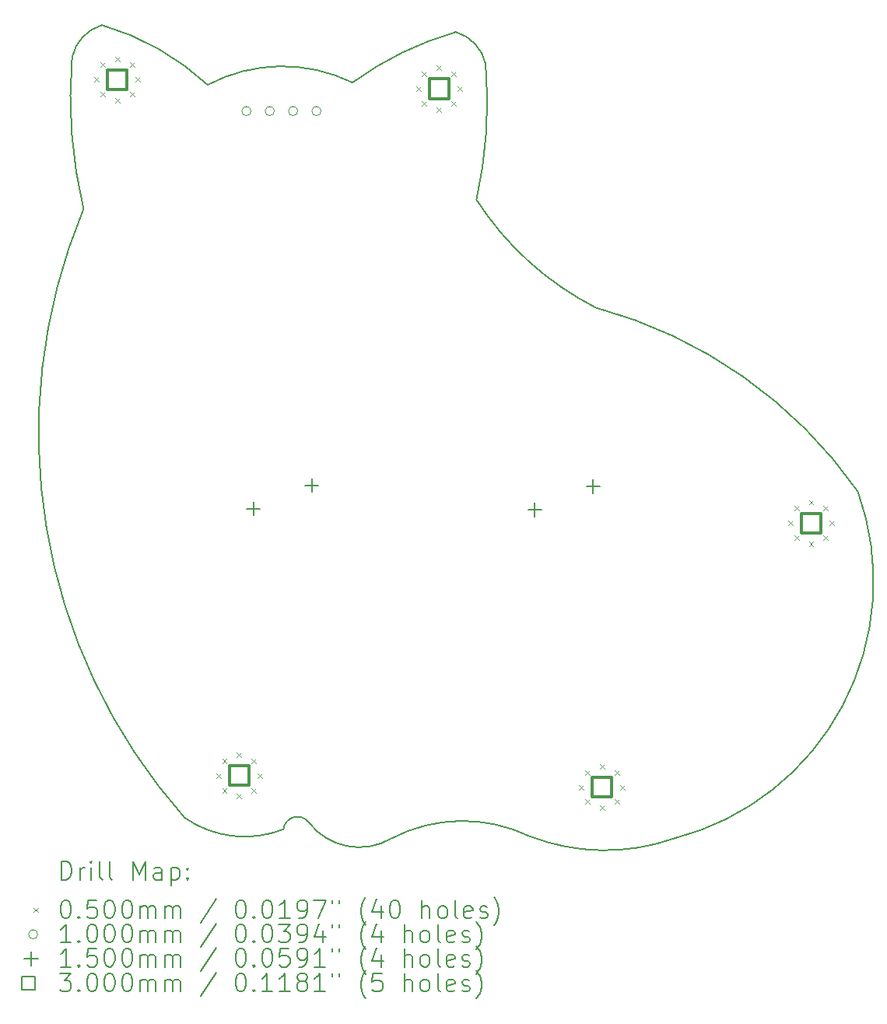
<source format=gbr>
%TF.GenerationSoftware,KiCad,Pcbnew,(6.0.9)*%
%TF.CreationDate,2022-12-22T23:35:37-05:00*%
%TF.ProjectId,Multipurpose_4Layer_Project,4d756c74-6970-4757-9270-6f73655f344c,rev?*%
%TF.SameCoordinates,Original*%
%TF.FileFunction,Drillmap*%
%TF.FilePolarity,Positive*%
%FSLAX45Y45*%
G04 Gerber Fmt 4.5, Leading zero omitted, Abs format (unit mm)*
G04 Created by KiCad (PCBNEW (6.0.9)) date 2022-12-22 23:35:37*
%MOMM*%
%LPD*%
G01*
G04 APERTURE LIST*
%ADD10C,0.200000*%
%ADD11C,0.050000*%
%ADD12C,0.100000*%
%ADD13C,0.150000*%
%ADD14C,0.300000*%
G04 APERTURE END LIST*
D10*
X13207998Y-13708002D02*
G75*
G03*
X14108000Y-13883000I548982J421552D01*
G01*
X19183000Y-10108000D02*
G75*
G03*
X16333000Y-8108000I-4178025J-2923060D01*
G01*
X10632999Y-5383000D02*
G75*
G03*
X10758000Y-7033000I5169021J-438140D01*
G01*
X15608001Y-13857998D02*
G75*
G03*
X14108000Y-13883000I-725101J-1506372D01*
G01*
X14808000Y-5107999D02*
G75*
G03*
X13683000Y-5658000I1008190J-3487771D01*
G01*
X13683000Y-5658000D02*
G75*
G03*
X12108000Y-5683000I-762996J-1556245D01*
G01*
X15033000Y-6933000D02*
G75*
G03*
X15133000Y-5458000I-4756430J1063360D01*
G01*
X12107999Y-5683001D02*
G75*
G03*
X10958000Y-5033000I-1944139J-2097319D01*
G01*
X10958000Y-5033001D02*
G75*
G03*
X10633000Y-5383000I129690J-446320D01*
G01*
X15033001Y-6932999D02*
G75*
G03*
X16333000Y-8108000I2823789J1817539D01*
G01*
X13208004Y-13707997D02*
G75*
G03*
X12933000Y-13783000I-122804J-91393D01*
G01*
X15608001Y-13857997D02*
G75*
G03*
X17183000Y-13883000I821249J2113508D01*
G01*
X15133000Y-5458000D02*
G75*
G03*
X14808000Y-5108000I-454691J-96320D01*
G01*
X11858000Y-13657999D02*
G75*
G03*
X12933000Y-13783000I653680J936639D01*
G01*
X10758000Y-7033000D02*
G75*
G03*
X11858000Y-13658000I5826599J-2436385D01*
G01*
X17183000Y-13883000D02*
G75*
G03*
X19183000Y-10108000I-716536J2796923D01*
G01*
D11*
X10875000Y-5600000D02*
X10925000Y-5650000D01*
X10925000Y-5600000D02*
X10875000Y-5650000D01*
X10940901Y-5440901D02*
X10990901Y-5490901D01*
X10990901Y-5440901D02*
X10940901Y-5490901D01*
X10940901Y-5759099D02*
X10990901Y-5809099D01*
X10990901Y-5759099D02*
X10940901Y-5809099D01*
X11100000Y-5375000D02*
X11150000Y-5425000D01*
X11150000Y-5375000D02*
X11100000Y-5425000D01*
X11100000Y-5825000D02*
X11150000Y-5875000D01*
X11150000Y-5825000D02*
X11100000Y-5875000D01*
X11259099Y-5440901D02*
X11309099Y-5490901D01*
X11309099Y-5440901D02*
X11259099Y-5490901D01*
X11259099Y-5759099D02*
X11309099Y-5809099D01*
X11309099Y-5759099D02*
X11259099Y-5809099D01*
X11325000Y-5600000D02*
X11375000Y-5650000D01*
X11375000Y-5600000D02*
X11325000Y-5650000D01*
X12200000Y-13175000D02*
X12250000Y-13225000D01*
X12250000Y-13175000D02*
X12200000Y-13225000D01*
X12265901Y-13015901D02*
X12315901Y-13065901D01*
X12315901Y-13015901D02*
X12265901Y-13065901D01*
X12265901Y-13334099D02*
X12315901Y-13384099D01*
X12315901Y-13334099D02*
X12265901Y-13384099D01*
X12425000Y-12950000D02*
X12475000Y-13000000D01*
X12475000Y-12950000D02*
X12425000Y-13000000D01*
X12425000Y-13400000D02*
X12475000Y-13450000D01*
X12475000Y-13400000D02*
X12425000Y-13450000D01*
X12584099Y-13015901D02*
X12634099Y-13065901D01*
X12634099Y-13015901D02*
X12584099Y-13065901D01*
X12584099Y-13334099D02*
X12634099Y-13384099D01*
X12634099Y-13334099D02*
X12584099Y-13384099D01*
X12650000Y-13175000D02*
X12700000Y-13225000D01*
X12700000Y-13175000D02*
X12650000Y-13225000D01*
X14375000Y-5700000D02*
X14425000Y-5750000D01*
X14425000Y-5700000D02*
X14375000Y-5750000D01*
X14440901Y-5540901D02*
X14490901Y-5590901D01*
X14490901Y-5540901D02*
X14440901Y-5590901D01*
X14440901Y-5859099D02*
X14490901Y-5909099D01*
X14490901Y-5859099D02*
X14440901Y-5909099D01*
X14600000Y-5475000D02*
X14650000Y-5525000D01*
X14650000Y-5475000D02*
X14600000Y-5525000D01*
X14600000Y-5925000D02*
X14650000Y-5975000D01*
X14650000Y-5925000D02*
X14600000Y-5975000D01*
X14759099Y-5540901D02*
X14809099Y-5590901D01*
X14809099Y-5540901D02*
X14759099Y-5590901D01*
X14759099Y-5859099D02*
X14809099Y-5909099D01*
X14809099Y-5859099D02*
X14759099Y-5909099D01*
X14825000Y-5700000D02*
X14875000Y-5750000D01*
X14875000Y-5700000D02*
X14825000Y-5750000D01*
X16150000Y-13300000D02*
X16200000Y-13350000D01*
X16200000Y-13300000D02*
X16150000Y-13350000D01*
X16215901Y-13140901D02*
X16265901Y-13190901D01*
X16265901Y-13140901D02*
X16215901Y-13190901D01*
X16215901Y-13459099D02*
X16265901Y-13509099D01*
X16265901Y-13459099D02*
X16215901Y-13509099D01*
X16375000Y-13075000D02*
X16425000Y-13125000D01*
X16425000Y-13075000D02*
X16375000Y-13125000D01*
X16375000Y-13525000D02*
X16425000Y-13575000D01*
X16425000Y-13525000D02*
X16375000Y-13575000D01*
X16534099Y-13140901D02*
X16584099Y-13190901D01*
X16584099Y-13140901D02*
X16534099Y-13190901D01*
X16534099Y-13459099D02*
X16584099Y-13509099D01*
X16584099Y-13459099D02*
X16534099Y-13509099D01*
X16600000Y-13300000D02*
X16650000Y-13350000D01*
X16650000Y-13300000D02*
X16600000Y-13350000D01*
X18425000Y-10425000D02*
X18475000Y-10475000D01*
X18475000Y-10425000D02*
X18425000Y-10475000D01*
X18490901Y-10265901D02*
X18540901Y-10315901D01*
X18540901Y-10265901D02*
X18490901Y-10315901D01*
X18490901Y-10584099D02*
X18540901Y-10634099D01*
X18540901Y-10584099D02*
X18490901Y-10634099D01*
X18650000Y-10200000D02*
X18700000Y-10250000D01*
X18700000Y-10200000D02*
X18650000Y-10250000D01*
X18650000Y-10650000D02*
X18700000Y-10700000D01*
X18700000Y-10650000D02*
X18650000Y-10700000D01*
X18809099Y-10265901D02*
X18859099Y-10315901D01*
X18859099Y-10265901D02*
X18809099Y-10315901D01*
X18809099Y-10584099D02*
X18859099Y-10634099D01*
X18859099Y-10584099D02*
X18809099Y-10634099D01*
X18875000Y-10425000D02*
X18925000Y-10475000D01*
X18925000Y-10425000D02*
X18875000Y-10475000D01*
D12*
X12580000Y-5967500D02*
G75*
G03*
X12580000Y-5967500I-50000J0D01*
G01*
X12834000Y-5967500D02*
G75*
G03*
X12834000Y-5967500I-50000J0D01*
G01*
X13088000Y-5967500D02*
G75*
G03*
X13088000Y-5967500I-50000J0D01*
G01*
X13342000Y-5967500D02*
G75*
G03*
X13342000Y-5967500I-50000J0D01*
G01*
D13*
X12605000Y-10219000D02*
X12605000Y-10369000D01*
X12530000Y-10294000D02*
X12680000Y-10294000D01*
X13240000Y-9965000D02*
X13240000Y-10115000D01*
X13165000Y-10040000D02*
X13315000Y-10040000D01*
X15669000Y-10231000D02*
X15669000Y-10381000D01*
X15594000Y-10306000D02*
X15744000Y-10306000D01*
X16304000Y-9977000D02*
X16304000Y-10127000D01*
X16229000Y-10052000D02*
X16379000Y-10052000D01*
D14*
X11231067Y-5731067D02*
X11231067Y-5518933D01*
X11018933Y-5518933D01*
X11018933Y-5731067D01*
X11231067Y-5731067D01*
X12556067Y-13306067D02*
X12556067Y-13093933D01*
X12343933Y-13093933D01*
X12343933Y-13306067D01*
X12556067Y-13306067D01*
X14731067Y-5831067D02*
X14731067Y-5618933D01*
X14518933Y-5618933D01*
X14518933Y-5831067D01*
X14731067Y-5831067D01*
X16506067Y-13431067D02*
X16506067Y-13218933D01*
X16293933Y-13218933D01*
X16293933Y-13431067D01*
X16506067Y-13431067D01*
X18781067Y-10556067D02*
X18781067Y-10343933D01*
X18568933Y-10343933D01*
X18568933Y-10556067D01*
X18781067Y-10556067D01*
D10*
X10516742Y-14332424D02*
X10516742Y-14132424D01*
X10564361Y-14132424D01*
X10592933Y-14141948D01*
X10611980Y-14160995D01*
X10621504Y-14180043D01*
X10631028Y-14218138D01*
X10631028Y-14246709D01*
X10621504Y-14284805D01*
X10611980Y-14303852D01*
X10592933Y-14322900D01*
X10564361Y-14332424D01*
X10516742Y-14332424D01*
X10716742Y-14332424D02*
X10716742Y-14199090D01*
X10716742Y-14237186D02*
X10726266Y-14218138D01*
X10735790Y-14208614D01*
X10754838Y-14199090D01*
X10773885Y-14199090D01*
X10840552Y-14332424D02*
X10840552Y-14199090D01*
X10840552Y-14132424D02*
X10831028Y-14141948D01*
X10840552Y-14151471D01*
X10850076Y-14141948D01*
X10840552Y-14132424D01*
X10840552Y-14151471D01*
X10964361Y-14332424D02*
X10945314Y-14322900D01*
X10935790Y-14303852D01*
X10935790Y-14132424D01*
X11069123Y-14332424D02*
X11050076Y-14322900D01*
X11040552Y-14303852D01*
X11040552Y-14132424D01*
X11297695Y-14332424D02*
X11297695Y-14132424D01*
X11364361Y-14275281D01*
X11431028Y-14132424D01*
X11431028Y-14332424D01*
X11611980Y-14332424D02*
X11611980Y-14227662D01*
X11602457Y-14208614D01*
X11583409Y-14199090D01*
X11545314Y-14199090D01*
X11526266Y-14208614D01*
X11611980Y-14322900D02*
X11592933Y-14332424D01*
X11545314Y-14332424D01*
X11526266Y-14322900D01*
X11516742Y-14303852D01*
X11516742Y-14284805D01*
X11526266Y-14265757D01*
X11545314Y-14256233D01*
X11592933Y-14256233D01*
X11611980Y-14246709D01*
X11707218Y-14199090D02*
X11707218Y-14399090D01*
X11707218Y-14208614D02*
X11726266Y-14199090D01*
X11764361Y-14199090D01*
X11783409Y-14208614D01*
X11792933Y-14218138D01*
X11802457Y-14237186D01*
X11802457Y-14294328D01*
X11792933Y-14313376D01*
X11783409Y-14322900D01*
X11764361Y-14332424D01*
X11726266Y-14332424D01*
X11707218Y-14322900D01*
X11888171Y-14313376D02*
X11897695Y-14322900D01*
X11888171Y-14332424D01*
X11878647Y-14322900D01*
X11888171Y-14313376D01*
X11888171Y-14332424D01*
X11888171Y-14208614D02*
X11897695Y-14218138D01*
X11888171Y-14227662D01*
X11878647Y-14218138D01*
X11888171Y-14208614D01*
X11888171Y-14227662D01*
D11*
X10209123Y-14636948D02*
X10259123Y-14686948D01*
X10259123Y-14636948D02*
X10209123Y-14686948D01*
D10*
X10554838Y-14552424D02*
X10573885Y-14552424D01*
X10592933Y-14561948D01*
X10602457Y-14571471D01*
X10611980Y-14590519D01*
X10621504Y-14628614D01*
X10621504Y-14676233D01*
X10611980Y-14714328D01*
X10602457Y-14733376D01*
X10592933Y-14742900D01*
X10573885Y-14752424D01*
X10554838Y-14752424D01*
X10535790Y-14742900D01*
X10526266Y-14733376D01*
X10516742Y-14714328D01*
X10507219Y-14676233D01*
X10507219Y-14628614D01*
X10516742Y-14590519D01*
X10526266Y-14571471D01*
X10535790Y-14561948D01*
X10554838Y-14552424D01*
X10707219Y-14733376D02*
X10716742Y-14742900D01*
X10707219Y-14752424D01*
X10697695Y-14742900D01*
X10707219Y-14733376D01*
X10707219Y-14752424D01*
X10897695Y-14552424D02*
X10802457Y-14552424D01*
X10792933Y-14647662D01*
X10802457Y-14638138D01*
X10821504Y-14628614D01*
X10869123Y-14628614D01*
X10888171Y-14638138D01*
X10897695Y-14647662D01*
X10907219Y-14666709D01*
X10907219Y-14714328D01*
X10897695Y-14733376D01*
X10888171Y-14742900D01*
X10869123Y-14752424D01*
X10821504Y-14752424D01*
X10802457Y-14742900D01*
X10792933Y-14733376D01*
X11031028Y-14552424D02*
X11050076Y-14552424D01*
X11069123Y-14561948D01*
X11078647Y-14571471D01*
X11088171Y-14590519D01*
X11097695Y-14628614D01*
X11097695Y-14676233D01*
X11088171Y-14714328D01*
X11078647Y-14733376D01*
X11069123Y-14742900D01*
X11050076Y-14752424D01*
X11031028Y-14752424D01*
X11011980Y-14742900D01*
X11002457Y-14733376D01*
X10992933Y-14714328D01*
X10983409Y-14676233D01*
X10983409Y-14628614D01*
X10992933Y-14590519D01*
X11002457Y-14571471D01*
X11011980Y-14561948D01*
X11031028Y-14552424D01*
X11221504Y-14552424D02*
X11240552Y-14552424D01*
X11259599Y-14561948D01*
X11269123Y-14571471D01*
X11278647Y-14590519D01*
X11288171Y-14628614D01*
X11288171Y-14676233D01*
X11278647Y-14714328D01*
X11269123Y-14733376D01*
X11259599Y-14742900D01*
X11240552Y-14752424D01*
X11221504Y-14752424D01*
X11202457Y-14742900D01*
X11192933Y-14733376D01*
X11183409Y-14714328D01*
X11173885Y-14676233D01*
X11173885Y-14628614D01*
X11183409Y-14590519D01*
X11192933Y-14571471D01*
X11202457Y-14561948D01*
X11221504Y-14552424D01*
X11373885Y-14752424D02*
X11373885Y-14619090D01*
X11373885Y-14638138D02*
X11383409Y-14628614D01*
X11402457Y-14619090D01*
X11431028Y-14619090D01*
X11450076Y-14628614D01*
X11459599Y-14647662D01*
X11459599Y-14752424D01*
X11459599Y-14647662D02*
X11469123Y-14628614D01*
X11488171Y-14619090D01*
X11516742Y-14619090D01*
X11535790Y-14628614D01*
X11545314Y-14647662D01*
X11545314Y-14752424D01*
X11640552Y-14752424D02*
X11640552Y-14619090D01*
X11640552Y-14638138D02*
X11650076Y-14628614D01*
X11669123Y-14619090D01*
X11697695Y-14619090D01*
X11716742Y-14628614D01*
X11726266Y-14647662D01*
X11726266Y-14752424D01*
X11726266Y-14647662D02*
X11735790Y-14628614D01*
X11754837Y-14619090D01*
X11783409Y-14619090D01*
X11802457Y-14628614D01*
X11811980Y-14647662D01*
X11811980Y-14752424D01*
X12202457Y-14542900D02*
X12031028Y-14800043D01*
X12459599Y-14552424D02*
X12478647Y-14552424D01*
X12497695Y-14561948D01*
X12507218Y-14571471D01*
X12516742Y-14590519D01*
X12526266Y-14628614D01*
X12526266Y-14676233D01*
X12516742Y-14714328D01*
X12507218Y-14733376D01*
X12497695Y-14742900D01*
X12478647Y-14752424D01*
X12459599Y-14752424D01*
X12440552Y-14742900D01*
X12431028Y-14733376D01*
X12421504Y-14714328D01*
X12411980Y-14676233D01*
X12411980Y-14628614D01*
X12421504Y-14590519D01*
X12431028Y-14571471D01*
X12440552Y-14561948D01*
X12459599Y-14552424D01*
X12611980Y-14733376D02*
X12621504Y-14742900D01*
X12611980Y-14752424D01*
X12602457Y-14742900D01*
X12611980Y-14733376D01*
X12611980Y-14752424D01*
X12745314Y-14552424D02*
X12764361Y-14552424D01*
X12783409Y-14561948D01*
X12792933Y-14571471D01*
X12802457Y-14590519D01*
X12811980Y-14628614D01*
X12811980Y-14676233D01*
X12802457Y-14714328D01*
X12792933Y-14733376D01*
X12783409Y-14742900D01*
X12764361Y-14752424D01*
X12745314Y-14752424D01*
X12726266Y-14742900D01*
X12716742Y-14733376D01*
X12707218Y-14714328D01*
X12697695Y-14676233D01*
X12697695Y-14628614D01*
X12707218Y-14590519D01*
X12716742Y-14571471D01*
X12726266Y-14561948D01*
X12745314Y-14552424D01*
X13002457Y-14752424D02*
X12888171Y-14752424D01*
X12945314Y-14752424D02*
X12945314Y-14552424D01*
X12926266Y-14580995D01*
X12907218Y-14600043D01*
X12888171Y-14609567D01*
X13097695Y-14752424D02*
X13135790Y-14752424D01*
X13154837Y-14742900D01*
X13164361Y-14733376D01*
X13183409Y-14704805D01*
X13192933Y-14666709D01*
X13192933Y-14590519D01*
X13183409Y-14571471D01*
X13173885Y-14561948D01*
X13154837Y-14552424D01*
X13116742Y-14552424D01*
X13097695Y-14561948D01*
X13088171Y-14571471D01*
X13078647Y-14590519D01*
X13078647Y-14638138D01*
X13088171Y-14657186D01*
X13097695Y-14666709D01*
X13116742Y-14676233D01*
X13154837Y-14676233D01*
X13173885Y-14666709D01*
X13183409Y-14657186D01*
X13192933Y-14638138D01*
X13259599Y-14552424D02*
X13392933Y-14552424D01*
X13307218Y-14752424D01*
X13459599Y-14552424D02*
X13459599Y-14590519D01*
X13535790Y-14552424D02*
X13535790Y-14590519D01*
X13831028Y-14828614D02*
X13821504Y-14819090D01*
X13802457Y-14790519D01*
X13792933Y-14771471D01*
X13783409Y-14742900D01*
X13773885Y-14695281D01*
X13773885Y-14657186D01*
X13783409Y-14609567D01*
X13792933Y-14580995D01*
X13802457Y-14561948D01*
X13821504Y-14533376D01*
X13831028Y-14523852D01*
X13992933Y-14619090D02*
X13992933Y-14752424D01*
X13945314Y-14542900D02*
X13897695Y-14685757D01*
X14021504Y-14685757D01*
X14135790Y-14552424D02*
X14154837Y-14552424D01*
X14173885Y-14561948D01*
X14183409Y-14571471D01*
X14192933Y-14590519D01*
X14202457Y-14628614D01*
X14202457Y-14676233D01*
X14192933Y-14714328D01*
X14183409Y-14733376D01*
X14173885Y-14742900D01*
X14154837Y-14752424D01*
X14135790Y-14752424D01*
X14116742Y-14742900D01*
X14107218Y-14733376D01*
X14097695Y-14714328D01*
X14088171Y-14676233D01*
X14088171Y-14628614D01*
X14097695Y-14590519D01*
X14107218Y-14571471D01*
X14116742Y-14561948D01*
X14135790Y-14552424D01*
X14440552Y-14752424D02*
X14440552Y-14552424D01*
X14526266Y-14752424D02*
X14526266Y-14647662D01*
X14516742Y-14628614D01*
X14497695Y-14619090D01*
X14469123Y-14619090D01*
X14450076Y-14628614D01*
X14440552Y-14638138D01*
X14650076Y-14752424D02*
X14631028Y-14742900D01*
X14621504Y-14733376D01*
X14611980Y-14714328D01*
X14611980Y-14657186D01*
X14621504Y-14638138D01*
X14631028Y-14628614D01*
X14650076Y-14619090D01*
X14678647Y-14619090D01*
X14697695Y-14628614D01*
X14707218Y-14638138D01*
X14716742Y-14657186D01*
X14716742Y-14714328D01*
X14707218Y-14733376D01*
X14697695Y-14742900D01*
X14678647Y-14752424D01*
X14650076Y-14752424D01*
X14831028Y-14752424D02*
X14811980Y-14742900D01*
X14802457Y-14723852D01*
X14802457Y-14552424D01*
X14983409Y-14742900D02*
X14964361Y-14752424D01*
X14926266Y-14752424D01*
X14907218Y-14742900D01*
X14897695Y-14723852D01*
X14897695Y-14647662D01*
X14907218Y-14628614D01*
X14926266Y-14619090D01*
X14964361Y-14619090D01*
X14983409Y-14628614D01*
X14992933Y-14647662D01*
X14992933Y-14666709D01*
X14897695Y-14685757D01*
X15069123Y-14742900D02*
X15088171Y-14752424D01*
X15126266Y-14752424D01*
X15145314Y-14742900D01*
X15154837Y-14723852D01*
X15154837Y-14714328D01*
X15145314Y-14695281D01*
X15126266Y-14685757D01*
X15097695Y-14685757D01*
X15078647Y-14676233D01*
X15069123Y-14657186D01*
X15069123Y-14647662D01*
X15078647Y-14628614D01*
X15097695Y-14619090D01*
X15126266Y-14619090D01*
X15145314Y-14628614D01*
X15221504Y-14828614D02*
X15231028Y-14819090D01*
X15250076Y-14790519D01*
X15259599Y-14771471D01*
X15269123Y-14742900D01*
X15278647Y-14695281D01*
X15278647Y-14657186D01*
X15269123Y-14609567D01*
X15259599Y-14580995D01*
X15250076Y-14561948D01*
X15231028Y-14533376D01*
X15221504Y-14523852D01*
D12*
X10259123Y-14925948D02*
G75*
G03*
X10259123Y-14925948I-50000J0D01*
G01*
D10*
X10621504Y-15016424D02*
X10507219Y-15016424D01*
X10564361Y-15016424D02*
X10564361Y-14816424D01*
X10545314Y-14844995D01*
X10526266Y-14864043D01*
X10507219Y-14873567D01*
X10707219Y-14997376D02*
X10716742Y-15006900D01*
X10707219Y-15016424D01*
X10697695Y-15006900D01*
X10707219Y-14997376D01*
X10707219Y-15016424D01*
X10840552Y-14816424D02*
X10859599Y-14816424D01*
X10878647Y-14825948D01*
X10888171Y-14835471D01*
X10897695Y-14854519D01*
X10907219Y-14892614D01*
X10907219Y-14940233D01*
X10897695Y-14978328D01*
X10888171Y-14997376D01*
X10878647Y-15006900D01*
X10859599Y-15016424D01*
X10840552Y-15016424D01*
X10821504Y-15006900D01*
X10811980Y-14997376D01*
X10802457Y-14978328D01*
X10792933Y-14940233D01*
X10792933Y-14892614D01*
X10802457Y-14854519D01*
X10811980Y-14835471D01*
X10821504Y-14825948D01*
X10840552Y-14816424D01*
X11031028Y-14816424D02*
X11050076Y-14816424D01*
X11069123Y-14825948D01*
X11078647Y-14835471D01*
X11088171Y-14854519D01*
X11097695Y-14892614D01*
X11097695Y-14940233D01*
X11088171Y-14978328D01*
X11078647Y-14997376D01*
X11069123Y-15006900D01*
X11050076Y-15016424D01*
X11031028Y-15016424D01*
X11011980Y-15006900D01*
X11002457Y-14997376D01*
X10992933Y-14978328D01*
X10983409Y-14940233D01*
X10983409Y-14892614D01*
X10992933Y-14854519D01*
X11002457Y-14835471D01*
X11011980Y-14825948D01*
X11031028Y-14816424D01*
X11221504Y-14816424D02*
X11240552Y-14816424D01*
X11259599Y-14825948D01*
X11269123Y-14835471D01*
X11278647Y-14854519D01*
X11288171Y-14892614D01*
X11288171Y-14940233D01*
X11278647Y-14978328D01*
X11269123Y-14997376D01*
X11259599Y-15006900D01*
X11240552Y-15016424D01*
X11221504Y-15016424D01*
X11202457Y-15006900D01*
X11192933Y-14997376D01*
X11183409Y-14978328D01*
X11173885Y-14940233D01*
X11173885Y-14892614D01*
X11183409Y-14854519D01*
X11192933Y-14835471D01*
X11202457Y-14825948D01*
X11221504Y-14816424D01*
X11373885Y-15016424D02*
X11373885Y-14883090D01*
X11373885Y-14902138D02*
X11383409Y-14892614D01*
X11402457Y-14883090D01*
X11431028Y-14883090D01*
X11450076Y-14892614D01*
X11459599Y-14911662D01*
X11459599Y-15016424D01*
X11459599Y-14911662D02*
X11469123Y-14892614D01*
X11488171Y-14883090D01*
X11516742Y-14883090D01*
X11535790Y-14892614D01*
X11545314Y-14911662D01*
X11545314Y-15016424D01*
X11640552Y-15016424D02*
X11640552Y-14883090D01*
X11640552Y-14902138D02*
X11650076Y-14892614D01*
X11669123Y-14883090D01*
X11697695Y-14883090D01*
X11716742Y-14892614D01*
X11726266Y-14911662D01*
X11726266Y-15016424D01*
X11726266Y-14911662D02*
X11735790Y-14892614D01*
X11754837Y-14883090D01*
X11783409Y-14883090D01*
X11802457Y-14892614D01*
X11811980Y-14911662D01*
X11811980Y-15016424D01*
X12202457Y-14806900D02*
X12031028Y-15064043D01*
X12459599Y-14816424D02*
X12478647Y-14816424D01*
X12497695Y-14825948D01*
X12507218Y-14835471D01*
X12516742Y-14854519D01*
X12526266Y-14892614D01*
X12526266Y-14940233D01*
X12516742Y-14978328D01*
X12507218Y-14997376D01*
X12497695Y-15006900D01*
X12478647Y-15016424D01*
X12459599Y-15016424D01*
X12440552Y-15006900D01*
X12431028Y-14997376D01*
X12421504Y-14978328D01*
X12411980Y-14940233D01*
X12411980Y-14892614D01*
X12421504Y-14854519D01*
X12431028Y-14835471D01*
X12440552Y-14825948D01*
X12459599Y-14816424D01*
X12611980Y-14997376D02*
X12621504Y-15006900D01*
X12611980Y-15016424D01*
X12602457Y-15006900D01*
X12611980Y-14997376D01*
X12611980Y-15016424D01*
X12745314Y-14816424D02*
X12764361Y-14816424D01*
X12783409Y-14825948D01*
X12792933Y-14835471D01*
X12802457Y-14854519D01*
X12811980Y-14892614D01*
X12811980Y-14940233D01*
X12802457Y-14978328D01*
X12792933Y-14997376D01*
X12783409Y-15006900D01*
X12764361Y-15016424D01*
X12745314Y-15016424D01*
X12726266Y-15006900D01*
X12716742Y-14997376D01*
X12707218Y-14978328D01*
X12697695Y-14940233D01*
X12697695Y-14892614D01*
X12707218Y-14854519D01*
X12716742Y-14835471D01*
X12726266Y-14825948D01*
X12745314Y-14816424D01*
X12878647Y-14816424D02*
X13002457Y-14816424D01*
X12935790Y-14892614D01*
X12964361Y-14892614D01*
X12983409Y-14902138D01*
X12992933Y-14911662D01*
X13002457Y-14930709D01*
X13002457Y-14978328D01*
X12992933Y-14997376D01*
X12983409Y-15006900D01*
X12964361Y-15016424D01*
X12907218Y-15016424D01*
X12888171Y-15006900D01*
X12878647Y-14997376D01*
X13097695Y-15016424D02*
X13135790Y-15016424D01*
X13154837Y-15006900D01*
X13164361Y-14997376D01*
X13183409Y-14968805D01*
X13192933Y-14930709D01*
X13192933Y-14854519D01*
X13183409Y-14835471D01*
X13173885Y-14825948D01*
X13154837Y-14816424D01*
X13116742Y-14816424D01*
X13097695Y-14825948D01*
X13088171Y-14835471D01*
X13078647Y-14854519D01*
X13078647Y-14902138D01*
X13088171Y-14921186D01*
X13097695Y-14930709D01*
X13116742Y-14940233D01*
X13154837Y-14940233D01*
X13173885Y-14930709D01*
X13183409Y-14921186D01*
X13192933Y-14902138D01*
X13364361Y-14883090D02*
X13364361Y-15016424D01*
X13316742Y-14806900D02*
X13269123Y-14949757D01*
X13392933Y-14949757D01*
X13459599Y-14816424D02*
X13459599Y-14854519D01*
X13535790Y-14816424D02*
X13535790Y-14854519D01*
X13831028Y-15092614D02*
X13821504Y-15083090D01*
X13802457Y-15054519D01*
X13792933Y-15035471D01*
X13783409Y-15006900D01*
X13773885Y-14959281D01*
X13773885Y-14921186D01*
X13783409Y-14873567D01*
X13792933Y-14844995D01*
X13802457Y-14825948D01*
X13821504Y-14797376D01*
X13831028Y-14787852D01*
X13992933Y-14883090D02*
X13992933Y-15016424D01*
X13945314Y-14806900D02*
X13897695Y-14949757D01*
X14021504Y-14949757D01*
X14250076Y-15016424D02*
X14250076Y-14816424D01*
X14335790Y-15016424D02*
X14335790Y-14911662D01*
X14326266Y-14892614D01*
X14307218Y-14883090D01*
X14278647Y-14883090D01*
X14259599Y-14892614D01*
X14250076Y-14902138D01*
X14459599Y-15016424D02*
X14440552Y-15006900D01*
X14431028Y-14997376D01*
X14421504Y-14978328D01*
X14421504Y-14921186D01*
X14431028Y-14902138D01*
X14440552Y-14892614D01*
X14459599Y-14883090D01*
X14488171Y-14883090D01*
X14507218Y-14892614D01*
X14516742Y-14902138D01*
X14526266Y-14921186D01*
X14526266Y-14978328D01*
X14516742Y-14997376D01*
X14507218Y-15006900D01*
X14488171Y-15016424D01*
X14459599Y-15016424D01*
X14640552Y-15016424D02*
X14621504Y-15006900D01*
X14611980Y-14987852D01*
X14611980Y-14816424D01*
X14792933Y-15006900D02*
X14773885Y-15016424D01*
X14735790Y-15016424D01*
X14716742Y-15006900D01*
X14707218Y-14987852D01*
X14707218Y-14911662D01*
X14716742Y-14892614D01*
X14735790Y-14883090D01*
X14773885Y-14883090D01*
X14792933Y-14892614D01*
X14802457Y-14911662D01*
X14802457Y-14930709D01*
X14707218Y-14949757D01*
X14878647Y-15006900D02*
X14897695Y-15016424D01*
X14935790Y-15016424D01*
X14954837Y-15006900D01*
X14964361Y-14987852D01*
X14964361Y-14978328D01*
X14954837Y-14959281D01*
X14935790Y-14949757D01*
X14907218Y-14949757D01*
X14888171Y-14940233D01*
X14878647Y-14921186D01*
X14878647Y-14911662D01*
X14888171Y-14892614D01*
X14907218Y-14883090D01*
X14935790Y-14883090D01*
X14954837Y-14892614D01*
X15031028Y-15092614D02*
X15040552Y-15083090D01*
X15059599Y-15054519D01*
X15069123Y-15035471D01*
X15078647Y-15006900D01*
X15088171Y-14959281D01*
X15088171Y-14921186D01*
X15078647Y-14873567D01*
X15069123Y-14844995D01*
X15059599Y-14825948D01*
X15040552Y-14797376D01*
X15031028Y-14787852D01*
D13*
X10184123Y-15114948D02*
X10184123Y-15264948D01*
X10109123Y-15189948D02*
X10259123Y-15189948D01*
D10*
X10621504Y-15280424D02*
X10507219Y-15280424D01*
X10564361Y-15280424D02*
X10564361Y-15080424D01*
X10545314Y-15108995D01*
X10526266Y-15128043D01*
X10507219Y-15137567D01*
X10707219Y-15261376D02*
X10716742Y-15270900D01*
X10707219Y-15280424D01*
X10697695Y-15270900D01*
X10707219Y-15261376D01*
X10707219Y-15280424D01*
X10897695Y-15080424D02*
X10802457Y-15080424D01*
X10792933Y-15175662D01*
X10802457Y-15166138D01*
X10821504Y-15156614D01*
X10869123Y-15156614D01*
X10888171Y-15166138D01*
X10897695Y-15175662D01*
X10907219Y-15194709D01*
X10907219Y-15242328D01*
X10897695Y-15261376D01*
X10888171Y-15270900D01*
X10869123Y-15280424D01*
X10821504Y-15280424D01*
X10802457Y-15270900D01*
X10792933Y-15261376D01*
X11031028Y-15080424D02*
X11050076Y-15080424D01*
X11069123Y-15089948D01*
X11078647Y-15099471D01*
X11088171Y-15118519D01*
X11097695Y-15156614D01*
X11097695Y-15204233D01*
X11088171Y-15242328D01*
X11078647Y-15261376D01*
X11069123Y-15270900D01*
X11050076Y-15280424D01*
X11031028Y-15280424D01*
X11011980Y-15270900D01*
X11002457Y-15261376D01*
X10992933Y-15242328D01*
X10983409Y-15204233D01*
X10983409Y-15156614D01*
X10992933Y-15118519D01*
X11002457Y-15099471D01*
X11011980Y-15089948D01*
X11031028Y-15080424D01*
X11221504Y-15080424D02*
X11240552Y-15080424D01*
X11259599Y-15089948D01*
X11269123Y-15099471D01*
X11278647Y-15118519D01*
X11288171Y-15156614D01*
X11288171Y-15204233D01*
X11278647Y-15242328D01*
X11269123Y-15261376D01*
X11259599Y-15270900D01*
X11240552Y-15280424D01*
X11221504Y-15280424D01*
X11202457Y-15270900D01*
X11192933Y-15261376D01*
X11183409Y-15242328D01*
X11173885Y-15204233D01*
X11173885Y-15156614D01*
X11183409Y-15118519D01*
X11192933Y-15099471D01*
X11202457Y-15089948D01*
X11221504Y-15080424D01*
X11373885Y-15280424D02*
X11373885Y-15147090D01*
X11373885Y-15166138D02*
X11383409Y-15156614D01*
X11402457Y-15147090D01*
X11431028Y-15147090D01*
X11450076Y-15156614D01*
X11459599Y-15175662D01*
X11459599Y-15280424D01*
X11459599Y-15175662D02*
X11469123Y-15156614D01*
X11488171Y-15147090D01*
X11516742Y-15147090D01*
X11535790Y-15156614D01*
X11545314Y-15175662D01*
X11545314Y-15280424D01*
X11640552Y-15280424D02*
X11640552Y-15147090D01*
X11640552Y-15166138D02*
X11650076Y-15156614D01*
X11669123Y-15147090D01*
X11697695Y-15147090D01*
X11716742Y-15156614D01*
X11726266Y-15175662D01*
X11726266Y-15280424D01*
X11726266Y-15175662D02*
X11735790Y-15156614D01*
X11754837Y-15147090D01*
X11783409Y-15147090D01*
X11802457Y-15156614D01*
X11811980Y-15175662D01*
X11811980Y-15280424D01*
X12202457Y-15070900D02*
X12031028Y-15328043D01*
X12459599Y-15080424D02*
X12478647Y-15080424D01*
X12497695Y-15089948D01*
X12507218Y-15099471D01*
X12516742Y-15118519D01*
X12526266Y-15156614D01*
X12526266Y-15204233D01*
X12516742Y-15242328D01*
X12507218Y-15261376D01*
X12497695Y-15270900D01*
X12478647Y-15280424D01*
X12459599Y-15280424D01*
X12440552Y-15270900D01*
X12431028Y-15261376D01*
X12421504Y-15242328D01*
X12411980Y-15204233D01*
X12411980Y-15156614D01*
X12421504Y-15118519D01*
X12431028Y-15099471D01*
X12440552Y-15089948D01*
X12459599Y-15080424D01*
X12611980Y-15261376D02*
X12621504Y-15270900D01*
X12611980Y-15280424D01*
X12602457Y-15270900D01*
X12611980Y-15261376D01*
X12611980Y-15280424D01*
X12745314Y-15080424D02*
X12764361Y-15080424D01*
X12783409Y-15089948D01*
X12792933Y-15099471D01*
X12802457Y-15118519D01*
X12811980Y-15156614D01*
X12811980Y-15204233D01*
X12802457Y-15242328D01*
X12792933Y-15261376D01*
X12783409Y-15270900D01*
X12764361Y-15280424D01*
X12745314Y-15280424D01*
X12726266Y-15270900D01*
X12716742Y-15261376D01*
X12707218Y-15242328D01*
X12697695Y-15204233D01*
X12697695Y-15156614D01*
X12707218Y-15118519D01*
X12716742Y-15099471D01*
X12726266Y-15089948D01*
X12745314Y-15080424D01*
X12992933Y-15080424D02*
X12897695Y-15080424D01*
X12888171Y-15175662D01*
X12897695Y-15166138D01*
X12916742Y-15156614D01*
X12964361Y-15156614D01*
X12983409Y-15166138D01*
X12992933Y-15175662D01*
X13002457Y-15194709D01*
X13002457Y-15242328D01*
X12992933Y-15261376D01*
X12983409Y-15270900D01*
X12964361Y-15280424D01*
X12916742Y-15280424D01*
X12897695Y-15270900D01*
X12888171Y-15261376D01*
X13097695Y-15280424D02*
X13135790Y-15280424D01*
X13154837Y-15270900D01*
X13164361Y-15261376D01*
X13183409Y-15232805D01*
X13192933Y-15194709D01*
X13192933Y-15118519D01*
X13183409Y-15099471D01*
X13173885Y-15089948D01*
X13154837Y-15080424D01*
X13116742Y-15080424D01*
X13097695Y-15089948D01*
X13088171Y-15099471D01*
X13078647Y-15118519D01*
X13078647Y-15166138D01*
X13088171Y-15185186D01*
X13097695Y-15194709D01*
X13116742Y-15204233D01*
X13154837Y-15204233D01*
X13173885Y-15194709D01*
X13183409Y-15185186D01*
X13192933Y-15166138D01*
X13383409Y-15280424D02*
X13269123Y-15280424D01*
X13326266Y-15280424D02*
X13326266Y-15080424D01*
X13307218Y-15108995D01*
X13288171Y-15128043D01*
X13269123Y-15137567D01*
X13459599Y-15080424D02*
X13459599Y-15118519D01*
X13535790Y-15080424D02*
X13535790Y-15118519D01*
X13831028Y-15356614D02*
X13821504Y-15347090D01*
X13802457Y-15318519D01*
X13792933Y-15299471D01*
X13783409Y-15270900D01*
X13773885Y-15223281D01*
X13773885Y-15185186D01*
X13783409Y-15137567D01*
X13792933Y-15108995D01*
X13802457Y-15089948D01*
X13821504Y-15061376D01*
X13831028Y-15051852D01*
X13992933Y-15147090D02*
X13992933Y-15280424D01*
X13945314Y-15070900D02*
X13897695Y-15213757D01*
X14021504Y-15213757D01*
X14250076Y-15280424D02*
X14250076Y-15080424D01*
X14335790Y-15280424D02*
X14335790Y-15175662D01*
X14326266Y-15156614D01*
X14307218Y-15147090D01*
X14278647Y-15147090D01*
X14259599Y-15156614D01*
X14250076Y-15166138D01*
X14459599Y-15280424D02*
X14440552Y-15270900D01*
X14431028Y-15261376D01*
X14421504Y-15242328D01*
X14421504Y-15185186D01*
X14431028Y-15166138D01*
X14440552Y-15156614D01*
X14459599Y-15147090D01*
X14488171Y-15147090D01*
X14507218Y-15156614D01*
X14516742Y-15166138D01*
X14526266Y-15185186D01*
X14526266Y-15242328D01*
X14516742Y-15261376D01*
X14507218Y-15270900D01*
X14488171Y-15280424D01*
X14459599Y-15280424D01*
X14640552Y-15280424D02*
X14621504Y-15270900D01*
X14611980Y-15251852D01*
X14611980Y-15080424D01*
X14792933Y-15270900D02*
X14773885Y-15280424D01*
X14735790Y-15280424D01*
X14716742Y-15270900D01*
X14707218Y-15251852D01*
X14707218Y-15175662D01*
X14716742Y-15156614D01*
X14735790Y-15147090D01*
X14773885Y-15147090D01*
X14792933Y-15156614D01*
X14802457Y-15175662D01*
X14802457Y-15194709D01*
X14707218Y-15213757D01*
X14878647Y-15270900D02*
X14897695Y-15280424D01*
X14935790Y-15280424D01*
X14954837Y-15270900D01*
X14964361Y-15251852D01*
X14964361Y-15242328D01*
X14954837Y-15223281D01*
X14935790Y-15213757D01*
X14907218Y-15213757D01*
X14888171Y-15204233D01*
X14878647Y-15185186D01*
X14878647Y-15175662D01*
X14888171Y-15156614D01*
X14907218Y-15147090D01*
X14935790Y-15147090D01*
X14954837Y-15156614D01*
X15031028Y-15356614D02*
X15040552Y-15347090D01*
X15059599Y-15318519D01*
X15069123Y-15299471D01*
X15078647Y-15270900D01*
X15088171Y-15223281D01*
X15088171Y-15185186D01*
X15078647Y-15137567D01*
X15069123Y-15108995D01*
X15059599Y-15089948D01*
X15040552Y-15061376D01*
X15031028Y-15051852D01*
X10229835Y-15530659D02*
X10229835Y-15389236D01*
X10088412Y-15389236D01*
X10088412Y-15530659D01*
X10229835Y-15530659D01*
X10497695Y-15350424D02*
X10621504Y-15350424D01*
X10554838Y-15426614D01*
X10583409Y-15426614D01*
X10602457Y-15436138D01*
X10611980Y-15445662D01*
X10621504Y-15464709D01*
X10621504Y-15512328D01*
X10611980Y-15531376D01*
X10602457Y-15540900D01*
X10583409Y-15550424D01*
X10526266Y-15550424D01*
X10507219Y-15540900D01*
X10497695Y-15531376D01*
X10707219Y-15531376D02*
X10716742Y-15540900D01*
X10707219Y-15550424D01*
X10697695Y-15540900D01*
X10707219Y-15531376D01*
X10707219Y-15550424D01*
X10840552Y-15350424D02*
X10859599Y-15350424D01*
X10878647Y-15359948D01*
X10888171Y-15369471D01*
X10897695Y-15388519D01*
X10907219Y-15426614D01*
X10907219Y-15474233D01*
X10897695Y-15512328D01*
X10888171Y-15531376D01*
X10878647Y-15540900D01*
X10859599Y-15550424D01*
X10840552Y-15550424D01*
X10821504Y-15540900D01*
X10811980Y-15531376D01*
X10802457Y-15512328D01*
X10792933Y-15474233D01*
X10792933Y-15426614D01*
X10802457Y-15388519D01*
X10811980Y-15369471D01*
X10821504Y-15359948D01*
X10840552Y-15350424D01*
X11031028Y-15350424D02*
X11050076Y-15350424D01*
X11069123Y-15359948D01*
X11078647Y-15369471D01*
X11088171Y-15388519D01*
X11097695Y-15426614D01*
X11097695Y-15474233D01*
X11088171Y-15512328D01*
X11078647Y-15531376D01*
X11069123Y-15540900D01*
X11050076Y-15550424D01*
X11031028Y-15550424D01*
X11011980Y-15540900D01*
X11002457Y-15531376D01*
X10992933Y-15512328D01*
X10983409Y-15474233D01*
X10983409Y-15426614D01*
X10992933Y-15388519D01*
X11002457Y-15369471D01*
X11011980Y-15359948D01*
X11031028Y-15350424D01*
X11221504Y-15350424D02*
X11240552Y-15350424D01*
X11259599Y-15359948D01*
X11269123Y-15369471D01*
X11278647Y-15388519D01*
X11288171Y-15426614D01*
X11288171Y-15474233D01*
X11278647Y-15512328D01*
X11269123Y-15531376D01*
X11259599Y-15540900D01*
X11240552Y-15550424D01*
X11221504Y-15550424D01*
X11202457Y-15540900D01*
X11192933Y-15531376D01*
X11183409Y-15512328D01*
X11173885Y-15474233D01*
X11173885Y-15426614D01*
X11183409Y-15388519D01*
X11192933Y-15369471D01*
X11202457Y-15359948D01*
X11221504Y-15350424D01*
X11373885Y-15550424D02*
X11373885Y-15417090D01*
X11373885Y-15436138D02*
X11383409Y-15426614D01*
X11402457Y-15417090D01*
X11431028Y-15417090D01*
X11450076Y-15426614D01*
X11459599Y-15445662D01*
X11459599Y-15550424D01*
X11459599Y-15445662D02*
X11469123Y-15426614D01*
X11488171Y-15417090D01*
X11516742Y-15417090D01*
X11535790Y-15426614D01*
X11545314Y-15445662D01*
X11545314Y-15550424D01*
X11640552Y-15550424D02*
X11640552Y-15417090D01*
X11640552Y-15436138D02*
X11650076Y-15426614D01*
X11669123Y-15417090D01*
X11697695Y-15417090D01*
X11716742Y-15426614D01*
X11726266Y-15445662D01*
X11726266Y-15550424D01*
X11726266Y-15445662D02*
X11735790Y-15426614D01*
X11754837Y-15417090D01*
X11783409Y-15417090D01*
X11802457Y-15426614D01*
X11811980Y-15445662D01*
X11811980Y-15550424D01*
X12202457Y-15340900D02*
X12031028Y-15598043D01*
X12459599Y-15350424D02*
X12478647Y-15350424D01*
X12497695Y-15359948D01*
X12507218Y-15369471D01*
X12516742Y-15388519D01*
X12526266Y-15426614D01*
X12526266Y-15474233D01*
X12516742Y-15512328D01*
X12507218Y-15531376D01*
X12497695Y-15540900D01*
X12478647Y-15550424D01*
X12459599Y-15550424D01*
X12440552Y-15540900D01*
X12431028Y-15531376D01*
X12421504Y-15512328D01*
X12411980Y-15474233D01*
X12411980Y-15426614D01*
X12421504Y-15388519D01*
X12431028Y-15369471D01*
X12440552Y-15359948D01*
X12459599Y-15350424D01*
X12611980Y-15531376D02*
X12621504Y-15540900D01*
X12611980Y-15550424D01*
X12602457Y-15540900D01*
X12611980Y-15531376D01*
X12611980Y-15550424D01*
X12811980Y-15550424D02*
X12697695Y-15550424D01*
X12754837Y-15550424D02*
X12754837Y-15350424D01*
X12735790Y-15378995D01*
X12716742Y-15398043D01*
X12697695Y-15407567D01*
X13002457Y-15550424D02*
X12888171Y-15550424D01*
X12945314Y-15550424D02*
X12945314Y-15350424D01*
X12926266Y-15378995D01*
X12907218Y-15398043D01*
X12888171Y-15407567D01*
X13116742Y-15436138D02*
X13097695Y-15426614D01*
X13088171Y-15417090D01*
X13078647Y-15398043D01*
X13078647Y-15388519D01*
X13088171Y-15369471D01*
X13097695Y-15359948D01*
X13116742Y-15350424D01*
X13154837Y-15350424D01*
X13173885Y-15359948D01*
X13183409Y-15369471D01*
X13192933Y-15388519D01*
X13192933Y-15398043D01*
X13183409Y-15417090D01*
X13173885Y-15426614D01*
X13154837Y-15436138D01*
X13116742Y-15436138D01*
X13097695Y-15445662D01*
X13088171Y-15455186D01*
X13078647Y-15474233D01*
X13078647Y-15512328D01*
X13088171Y-15531376D01*
X13097695Y-15540900D01*
X13116742Y-15550424D01*
X13154837Y-15550424D01*
X13173885Y-15540900D01*
X13183409Y-15531376D01*
X13192933Y-15512328D01*
X13192933Y-15474233D01*
X13183409Y-15455186D01*
X13173885Y-15445662D01*
X13154837Y-15436138D01*
X13383409Y-15550424D02*
X13269123Y-15550424D01*
X13326266Y-15550424D02*
X13326266Y-15350424D01*
X13307218Y-15378995D01*
X13288171Y-15398043D01*
X13269123Y-15407567D01*
X13459599Y-15350424D02*
X13459599Y-15388519D01*
X13535790Y-15350424D02*
X13535790Y-15388519D01*
X13831028Y-15626614D02*
X13821504Y-15617090D01*
X13802457Y-15588519D01*
X13792933Y-15569471D01*
X13783409Y-15540900D01*
X13773885Y-15493281D01*
X13773885Y-15455186D01*
X13783409Y-15407567D01*
X13792933Y-15378995D01*
X13802457Y-15359948D01*
X13821504Y-15331376D01*
X13831028Y-15321852D01*
X14002457Y-15350424D02*
X13907218Y-15350424D01*
X13897695Y-15445662D01*
X13907218Y-15436138D01*
X13926266Y-15426614D01*
X13973885Y-15426614D01*
X13992933Y-15436138D01*
X14002457Y-15445662D01*
X14011980Y-15464709D01*
X14011980Y-15512328D01*
X14002457Y-15531376D01*
X13992933Y-15540900D01*
X13973885Y-15550424D01*
X13926266Y-15550424D01*
X13907218Y-15540900D01*
X13897695Y-15531376D01*
X14250076Y-15550424D02*
X14250076Y-15350424D01*
X14335790Y-15550424D02*
X14335790Y-15445662D01*
X14326266Y-15426614D01*
X14307218Y-15417090D01*
X14278647Y-15417090D01*
X14259599Y-15426614D01*
X14250076Y-15436138D01*
X14459599Y-15550424D02*
X14440552Y-15540900D01*
X14431028Y-15531376D01*
X14421504Y-15512328D01*
X14421504Y-15455186D01*
X14431028Y-15436138D01*
X14440552Y-15426614D01*
X14459599Y-15417090D01*
X14488171Y-15417090D01*
X14507218Y-15426614D01*
X14516742Y-15436138D01*
X14526266Y-15455186D01*
X14526266Y-15512328D01*
X14516742Y-15531376D01*
X14507218Y-15540900D01*
X14488171Y-15550424D01*
X14459599Y-15550424D01*
X14640552Y-15550424D02*
X14621504Y-15540900D01*
X14611980Y-15521852D01*
X14611980Y-15350424D01*
X14792933Y-15540900D02*
X14773885Y-15550424D01*
X14735790Y-15550424D01*
X14716742Y-15540900D01*
X14707218Y-15521852D01*
X14707218Y-15445662D01*
X14716742Y-15426614D01*
X14735790Y-15417090D01*
X14773885Y-15417090D01*
X14792933Y-15426614D01*
X14802457Y-15445662D01*
X14802457Y-15464709D01*
X14707218Y-15483757D01*
X14878647Y-15540900D02*
X14897695Y-15550424D01*
X14935790Y-15550424D01*
X14954837Y-15540900D01*
X14964361Y-15521852D01*
X14964361Y-15512328D01*
X14954837Y-15493281D01*
X14935790Y-15483757D01*
X14907218Y-15483757D01*
X14888171Y-15474233D01*
X14878647Y-15455186D01*
X14878647Y-15445662D01*
X14888171Y-15426614D01*
X14907218Y-15417090D01*
X14935790Y-15417090D01*
X14954837Y-15426614D01*
X15031028Y-15626614D02*
X15040552Y-15617090D01*
X15059599Y-15588519D01*
X15069123Y-15569471D01*
X15078647Y-15540900D01*
X15088171Y-15493281D01*
X15088171Y-15455186D01*
X15078647Y-15407567D01*
X15069123Y-15378995D01*
X15059599Y-15359948D01*
X15040552Y-15331376D01*
X15031028Y-15321852D01*
M02*

</source>
